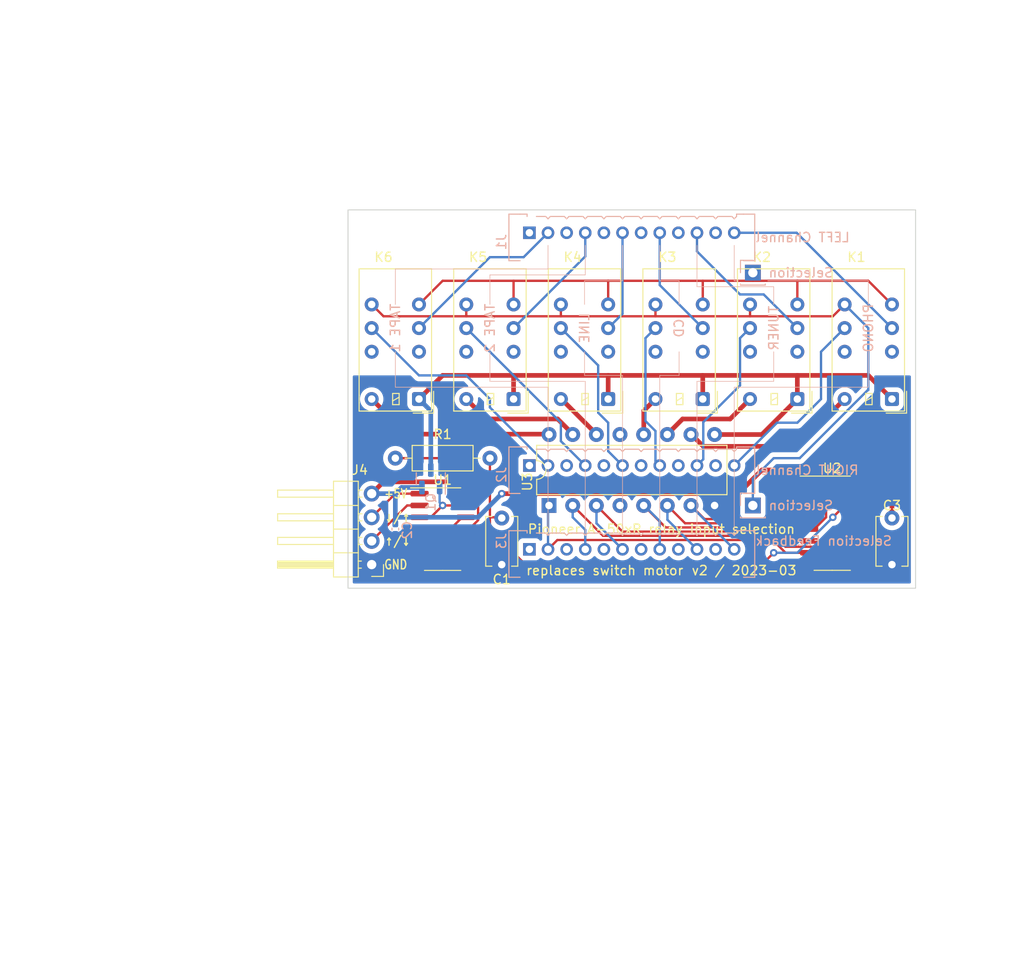
<source format=kicad_pcb>
(kicad_pcb (version 20211014) (generator pcbnew)
  (title_block (title "A-502R input selection") (date "2023-02-22") (rev "v0.1"))
  (layers (0 "F.Cu" signal) (31 "B.Cu" signal) (34 "B.Paste" user) (35 "F.Paste" user) (36 "B.SilkS" user "B.Silkscreen") (37 "F.SilkS" user "F.Silkscreen") (38 "B.Mask" user) (39 "F.Mask" user) (44 "Edge.Cuts" user))
  (net 0 "")
  (net 16 "+5V")
  (net 17 "GNDREF")
  (net 18 "Net-(C1-Pad2)")
  (net 19 "Net-(J1-Pad2)")
  (net 20 "Net-(J1-Pad4)")
  (net 22 "Net-(J1-Pad6)")
  (net 23 "Net-(J1-Pad8)")
  (net 25 "Net-(J5-Pad1)")
  (net 26 "Net-(J6-Pad1)")
  (net 27 "Net-(J1-Pad10)")
  (net 29 "Net-(J1-Pad12)")
  (net 31 "Net-(J2-Pad2)")
  (net 33 "Net-(J2-Pad4)")
  (net 35 "Net-(K2-Pad12)")
  (net 36 "Net-(K5-Pad12)")
  (net 37 "Net-(J2-Pad6)")
  (net 39 "Net-(J2-Pad8)")
  (net 41 "Net-(J2-Pad10)")
  (net 42 "Net-(K6-Pad12)")
  (net 44 "Net-(J2-Pad12)")
  (net 51 "Net-(J3-Pad2)")
  (net 52 "Net-(J3-Pad4)")
  (net 53 "Net-(J3-Pad6)")
  (net 54 "Net-(J3-Pad8)")
  (net 55 "Net-(J3-Pad10)")
  (net 56 "Net-(J3-Pad12)")
  (net 57 "Net-(K1-Pad12)")
  (net 58 "Net-(K3-Pad12)")
  (net 59 "Net-(K4-Pad12)")
  (net 60 "Net-(U2-Pad15)")
  (net 67 "Net-(J4-Pad2)")
  (net 68 "Net-(J4-Pad3)")
  (net 69 "Net-(R1-Pad2)")
  (net 70 "Net-(U1-Pad3)")
  (net 72 "Net-(U1-Pad12)")
  (net 73 "/R+")
  (footprint "Relay_THT:Relay_DPDT_Kemet_EC2" (layer "F.Cu") (at 139.82 136.465 180)
    (fp_text reference "K1" (at 3.81 15.24) (layer "F.SilkS"))
    (fp_text value "EC2-5NU")
    (pad "1" thru_hole roundrect (at 0 0 180) (size 1.5 1.5) (drill 0.8) (layers *.Cu *.Mask) (roundrect_rratio 0.167) (net 73 "/R+"))
    (pad "3" thru_hole circle (at 0 5.08 180) (size 1.5 1.5) (drill 0.8) (layers *.Cu *.Mask))
    (pad "4" thru_hole circle (at 0 7.62 180) (size 1.5 1.5) (drill 0.8) (layers *.Cu *.Mask) (net 29 "Net-(J1-Pad12)"))
    (pad "5" thru_hole circle (at 0 10.16 180) (size 1.5 1.5) (drill 0.8) (layers *.Cu *.Mask) (net 25 "Net-(J5-Pad1)"))
    (pad "8" thru_hole circle (at 5.08 10.16 180) (size 1.5 1.5) (drill 0.8) (layers *.Cu *.Mask) (net 26 "Net-(J6-Pad1)"))
    (pad "9" thru_hole circle (at 5.08 7.62 180) (size 1.5 1.5) (drill 0.8) (layers *.Cu *.Mask) (net 44 "Net-(J2-Pad12)"))
    (pad "10" thru_hole circle (at 5.08 5.08 180) (size 1.5 1.5) (drill 0.8) (layers *.Cu *.Mask))
    (pad "12" thru_hole circle (at 5.08 0 180) (size 1.5 1.5) (drill 0.8) (layers *.Cu *.Mask) (net 57 "Net-(K1-Pad12)"))
  )
  (footprint "Relay_THT:Relay_DPDT_Kemet_EC2" (layer "F.Cu") (at 99.18 136.465 180)
    (fp_text reference "K5" (at 3.81 15.24) (layer "F.SilkS"))
    (fp_text value "EC2-5NU")
    (pad "1" thru_hole roundrect (at 0 0 180) (size 1.5 1.5) (drill 0.8) (layers *.Cu *.Mask) (roundrect_rratio 0.167) (net 73 "/R+"))
    (pad "3" thru_hole circle (at 0 5.08 180) (size 1.5 1.5) (drill 0.8) (layers *.Cu *.Mask))
    (pad "4" thru_hole circle (at 0 7.62 180) (size 1.5 1.5) (drill 0.8) (layers *.Cu *.Mask) (net 20 "Net-(J1-Pad4)"))
    (pad "5" thru_hole circle (at 0 10.16 180) (size 1.5 1.5) (drill 0.8) (layers *.Cu *.Mask) (net 25 "Net-(J5-Pad1)"))
    (pad "8" thru_hole circle (at 5.08 10.16 180) (size 1.5 1.5) (drill 0.8) (layers *.Cu *.Mask) (net 26 "Net-(J6-Pad1)"))
    (pad "9" thru_hole circle (at 5.08 7.62 180) (size 1.5 1.5) (drill 0.8) (layers *.Cu *.Mask) (net 33 "Net-(J2-Pad4)"))
    (pad "10" thru_hole circle (at 5.08 5.08 180) (size 1.5 1.5) (drill 0.8) (layers *.Cu *.Mask))
    (pad "12" thru_hole circle (at 5.08 0 180) (size 1.5 1.5) (drill 0.8) (layers *.Cu *.Mask) (net 36 "Net-(K5-Pad12)"))
  )
  (footprint "Package_SO:SOIC-14_3.9x8.7mm_P1.27mm" (layer "F.Cu") (at 91.56 150.435)
    (fp_text reference "U1" (at 0 -5.28) (layer "F.SilkS"))
    (fp_text value "SN74HCS86DR")
    (pad "1" smd roundrect (at -2.475 -3.81) (size 1.95 0.6) (layers "F.Cu" "F.Paste" "F.Mask") (net 68 "Net-(J4-Pad3)"))
    (pad "2" smd roundrect (at -2.475 -2.54) (size 1.95 0.6) (layers "F.Cu" "F.Paste" "F.Mask") (net 67 "Net-(J4-Pad2)"))
    (pad "3" smd roundrect (at -2.475 -1.27) (size 1.95 0.6) (layers "F.Cu" "F.Paste" "F.Mask") (net 70 "Net-(U1-Pad3)"))
    (pad "4" smd roundrect (at -2.475 0) (size 1.95 0.6) (layers "F.Cu" "F.Paste" "F.Mask") (net 17 "GNDREF"))
    (pad "5" smd roundrect (at -2.475 1.27) (size 1.95 0.6) (layers "F.Cu" "F.Paste" "F.Mask") (net 17 "GNDREF"))
    (pad "6" smd roundrect (at -2.475 2.54) (size 1.95 0.6) (layers "F.Cu" "F.Paste" "F.Mask"))
    (pad "7" smd roundrect (at -2.475 3.81) (size 1.95 0.6) (layers "F.Cu" "F.Paste" "F.Mask") (net 17 "GNDREF"))
    (pad "8" smd roundrect (at 2.475 3.81) (size 1.95 0.6) (layers "F.Cu" "F.Paste" "F.Mask") (net 72 "Net-(U1-Pad12)"))
    (pad "9" smd roundrect (at 2.475 2.54) (size 1.95 0.6) (layers "F.Cu" "F.Paste" "F.Mask") (net 17 "GNDREF"))
    (pad "10" smd roundrect (at 2.475 1.27) (size 1.95 0.6) (layers "F.Cu" "F.Paste" "F.Mask") (net 18 "Net-(C1-Pad2)"))
    (pad "11" smd roundrect (at 2.475 0) (size 1.95 0.6) (layers "F.Cu" "F.Paste" "F.Mask") (net 69 "Net-(R1-Pad2)"))
    (pad "12" smd roundrect (at 2.475 -1.27) (size 1.95 0.6) (layers "F.Cu" "F.Paste" "F.Mask") (net 72 "Net-(U1-Pad12)"))
    (pad "13" smd roundrect (at 2.475 -2.54) (size 1.95 0.6) (layers "F.Cu" "F.Paste" "F.Mask") (net 70 "Net-(U1-Pad3)"))
    (pad "14" smd roundrect (at 2.475 -3.81) (size 1.95 0.6) (layers "F.Cu" "F.Paste" "F.Mask") (net 16 "+5V"))
  )
  (footprint "Relay_THT:Relay_DPDT_Kemet_EC2" (layer "F.Cu") (at 109.34 136.465 180)
    (fp_text reference "K4" (at 3.81 15.24) (layer "F.SilkS"))
    (fp_text value "EC2-5NU")
    (pad "1" thru_hole roundrect (at 0 0 180) (size 1.5 1.5) (drill 0.8) (layers *.Cu *.Mask) (roundrect_rratio 0.167) (net 73 "/R+"))
    (pad "3" thru_hole circle (at 0 5.08 180) (size 1.5 1.5) (drill 0.8) (layers *.Cu *.Mask))
    (pad "4" thru_hole circle (at 0 7.62 180) (size 1.5 1.5) (drill 0.8) (layers *.Cu *.Mask) (net 22 "Net-(J1-Pad6)"))
    (pad "5" thru_hole circle (at 0 10.16 180) (size 1.5 1.5) (drill 0.8) (layers *.Cu *.Mask) (net 25 "Net-(J5-Pad1)"))
    (pad "8" thru_hole circle (at 5.08 10.16 180) (size 1.5 1.5) (drill 0.8) (layers *.Cu *.Mask) (net 26 "Net-(J6-Pad1)"))
    (pad "9" thru_hole circle (at 5.08 7.62 180) (size 1.5 1.5) (drill 0.8) (layers *.Cu *.Mask) (net 37 "Net-(J2-Pad6)"))
    (pad "10" thru_hole circle (at 5.08 5.08 180) (size 1.5 1.5) (drill 0.8) (layers *.Cu *.Mask))
    (pad "12" thru_hole circle (at 5.08 0 180) (size 1.5 1.5) (drill 0.8) (layers *.Cu *.Mask) (net 59 "Net-(K4-Pad12)"))
  )
  (footprint "Connector_PinHeader_2.54mm:PinHeader_1x04_P2.54mm_Horizontal" (layer "F.Cu") (at 83.94 154.245 180)
    (fp_text reference "J4" (at 1.27 10.16) (layer "F.SilkS"))
    (fp_text value "Conn_01x04_Male")
    (pad "1" thru_hole rect (at 0 0 180) (size 1.7 1.7) (drill 1) (layers *.Cu *.Mask) (net 17 "GNDREF"))
    (pad "2" thru_hole oval (at 0 2.54 180) (size 1.7 1.7) (drill 1) (layers *.Cu *.Mask) (net 67 "Net-(J4-Pad2)"))
    (pad "3" thru_hole oval (at 0 5.08 180) (size 1.7 1.7) (drill 1) (layers *.Cu *.Mask) (net 68 "Net-(J4-Pad3)"))
    (pad "4" thru_hole oval (at 0 7.62 180) (size 1.7 1.7) (drill 1) (layers *.Cu *.Mask) (net 16 "+5V"))
  )
  (footprint "Package_DIP:DIP-16_W7.62mm" (layer "F.Cu") (at 102.99 147.895 90)
    (fp_text reference "U3" (at 2.54 -2.33 90) (layer "F.SilkS"))
    (fp_text value "ULN2004A")
    (pad "1" thru_hole rect (at 0 0 90) (size 1.6 1.6) (drill 0.8) (layers *.Cu *.Mask) (net 51 "Net-(J3-Pad2)"))
    (pad "2" thru_hole oval (at 0 2.54 90) (size 1.6 1.6) (drill 0.8) (layers *.Cu *.Mask) (net 52 "Net-(J3-Pad4)"))
    (pad "3" thru_hole oval (at 0 5.08 90) (size 1.6 1.6) (drill 0.8) (layers *.Cu *.Mask) (net 53 "Net-(J3-Pad6)"))
    (pad "4" thru_hole oval (at 0 7.62 90) (size 1.6 1.6) (drill 0.8) (layers *.Cu *.Mask))
    (pad "5" thru_hole oval (at 0 10.16 90) (size 1.6 1.6) (drill 0.8) (layers *.Cu *.Mask) (net 54 "Net-(J3-Pad8)"))
    (pad "6" thru_hole oval (at 0 12.7 90) (size 1.6 1.6) (drill 0.8) (layers *.Cu *.Mask) (net 55 "Net-(J3-Pad10)"))
    (pad "7" thru_hole oval (at 0 15.24 90) (size 1.6 1.6) (drill 0.8) (layers *.Cu *.Mask) (net 56 "Net-(J3-Pad12)"))
    (pad "8" thru_hole oval (at 0 17.78 90) (size 1.6 1.6) (drill 0.8) (layers *.Cu *.Mask) (net 17 "GNDREF"))
    (pad "9" thru_hole oval (at 7.62 17.78 90) (size 1.6 1.6) (drill 0.8) (layers *.Cu *.Mask) (net 73 "/R+"))
    (pad "10" thru_hole oval (at 7.62 15.24 90) (size 1.6 1.6) (drill 0.8) (layers *.Cu *.Mask) (net 57 "Net-(K1-Pad12)"))
    (pad "11" thru_hole oval (at 7.62 12.7 90) (size 1.6 1.6) (drill 0.8) (layers *.Cu *.Mask) (net 35 "Net-(K2-Pad12)"))
    (pad "12" thru_hole oval (at 7.62 10.16 90) (size 1.6 1.6) (drill 0.8) (layers *.Cu *.Mask) (net 58 "Net-(K3-Pad12)"))
    (pad "13" thru_hole oval (at 7.62 7.62 90) (size 1.6 1.6) (drill 0.8) (layers *.Cu *.Mask))
    (pad "14" thru_hole oval (at 7.62 5.08 90) (size 1.6 1.6) (drill 0.8) (layers *.Cu *.Mask) (net 59 "Net-(K4-Pad12)"))
    (pad "15" thru_hole oval (at 7.62 2.54 90) (size 1.6 1.6) (drill 0.8) (layers *.Cu *.Mask) (net 36 "Net-(K5-Pad12)"))
    (pad "16" thru_hole oval (at 7.62 0 90) (size 1.6 1.6) (drill 0.8) (layers *.Cu *.Mask) (net 42 "Net-(K6-Pad12)"))
  )
  (footprint "Relay_THT:Relay_DPDT_Kemet_EC2" (layer "F.Cu") (at 129.6575 136.465 180)
    (fp_text reference "K2" (at 3.81 15.24) (layer "F.SilkS"))
    (fp_text value "EC2-5NU")
    (pad "1" thru_hole roundrect (at 0 0 180) (size 1.5 1.5) (drill 0.8) (layers *.Cu *.Mask) (roundrect_rratio 0.167) (net 73 "/R+"))
    (pad "3" thru_hole circle (at 0 5.08 180) (size 1.5 1.5) (drill 0.8) (layers *.Cu *.Mask))
    (pad "4" thru_hole circle (at 0 7.62 180) (size 1.5 1.5) (drill 0.8) (layers *.Cu *.Mask) (net 27 "Net-(J1-Pad10)"))
    (pad "5" thru_hole circle (at 0 10.16 180) (size 1.5 1.5) (drill 0.8) (layers *.Cu *.Mask) (net 25 "Net-(J5-Pad1)"))
    (pad "8" thru_hole circle (at 5.08 10.16 180) (size 1.5 1.5) (drill 0.8) (layers *.Cu *.Mask) (net 26 "Net-(J6-Pad1)"))
    (pad "9" thru_hole circle (at 5.08 7.62 180) (size 1.5 1.5) (drill 0.8) (layers *.Cu *.Mask) (net 41 "Net-(J2-Pad10)"))
    (pad "10" thru_hole circle (at 5.08 5.08 180) (size 1.5 1.5) (drill 0.8) (layers *.Cu *.Mask))
    (pad "12" thru_hole circle (at 5.08 0 180) (size 1.5 1.5) (drill 0.8) (layers *.Cu *.Mask) (net 35 "Net-(K2-Pad12)"))
  )
  (footprint "Package_SO:SOIC-16_3.9x9.9mm_P1.27mm" (layer "F.Cu") (at 133.405 149.8)
    (fp_text reference "U2" (at 0 -5.9) (layer "F.SilkS"))
    (fp_text value "4017")
    (pad "1" smd roundrect (at -2.475 -4.445) (size 1.95 0.6) (layers "F.Cu" "F.Paste" "F.Mask") (net 56 "Net-(J3-Pad12)"))
    (pad "2" smd roundrect (at -2.475 -3.175) (size 1.95 0.6) (layers "F.Cu" "F.Paste" "F.Mask") (net 55 "Net-(J3-Pad10)"))
    (pad "3" smd roundrect (at -2.475 -1.905) (size 1.95 0.6) (layers "F.Cu" "F.Paste" "F.Mask") (net 54 "Net-(J3-Pad8)"))
    (pad "4" smd roundrect (at -2.475 -0.635) (size 1.95 0.6) (layers "F.Cu" "F.Paste" "F.Mask") (net 53 "Net-(J3-Pad6)"))
    (pad "5" smd roundrect (at -2.475 0.635) (size 1.95 0.6) (layers "F.Cu" "F.Paste" "F.Mask") (net 60 "Net-(U2-Pad15)"))
    (pad "6" smd roundrect (at -2.475 1.905) (size 1.95 0.6) (layers "F.Cu" "F.Paste" "F.Mask"))
    (pad "7" smd roundrect (at -2.475 3.175) (size 1.95 0.6) (layers "F.Cu" "F.Paste" "F.Mask") (net 51 "Net-(J3-Pad2)"))
    (pad "8" smd roundrect (at -2.475 4.445) (size 1.95 0.6) (layers "F.Cu" "F.Paste" "F.Mask") (net 17 "GNDREF"))
    (pad "9" smd roundrect (at 2.475 4.445) (size 1.95 0.6) (layers "F.Cu" "F.Paste" "F.Mask"))
    (pad "10" smd roundrect (at 2.475 3.175) (size 1.95 0.6) (layers "F.Cu" "F.Paste" "F.Mask") (net 52 "Net-(J3-Pad4)"))
    (pad "11" smd roundrect (at 2.475 1.905) (size 1.95 0.6) (layers "F.Cu" "F.Paste" "F.Mask"))
    (pad "12" smd roundrect (at 2.475 0.635) (size 1.95 0.6) (layers "F.Cu" "F.Paste" "F.Mask"))
    (pad "13" smd roundrect (at 2.475 -0.635) (size 1.95 0.6) (layers "F.Cu" "F.Paste" "F.Mask") (net 17 "GNDREF"))
    (pad "14" smd roundrect (at 2.475 -1.905) (size 1.95 0.6) (layers "F.Cu" "F.Paste" "F.Mask") (net 72 "Net-(U1-Pad12)"))
    (pad "15" smd roundrect (at 2.475 -3.175) (size 1.95 0.6) (layers "F.Cu" "F.Paste" "F.Mask") (net 60 "Net-(U2-Pad15)"))
    (pad "16" smd roundrect (at 2.475 -4.445) (size 1.95 0.6) (layers "F.Cu" "F.Paste" "F.Mask") (net 16 "+5V"))
  )
  (footprint "Resistor_THT:R_Axial_DIN0207_L6.3mm_D2.5mm_P10.16mm_Horizontal" (layer "F.Cu") (at 96.64 142.815 180)
    (fp_text reference "R1" (at 5.08 2.566608) (layer "F.SilkS"))
    (fp_text value "120k")
    (pad "1" thru_hole circle (at 0 0 180) (size 1.6 1.6) (drill 0.8) (layers *.Cu *.Mask) (net 18 "Net-(C1-Pad2)"))
    (pad "2" thru_hole oval (at 10.16 0 180) (size 1.6 1.6) (drill 0.8) (layers *.Cu *.Mask) (net 69 "Net-(R1-Pad2)"))
  )
  (footprint "Capacitor_THT:C_Disc_D5.1mm_W3.2mm_P5.00mm" (layer "F.Cu") (at 139.82 149.245 -90)
    (fp_text reference "C3" (at -1.35 0 180) (layer "F.SilkS"))
    (fp_text value "100n")
    (pad "1" thru_hole circle (at 0 0 270) (size 1.6 1.6) (drill 0.8) (layers *.Cu *.Mask) (net 16 "+5V"))
    (pad "2" thru_hole circle (at 5 0 270) (size 1.6 1.6) (drill 0.8) (layers *.Cu *.Mask) (net 17 "GNDREF"))
  )
  (footprint "Capacitor_THT:C_Disc_D5.1mm_W3.2mm_P5.00mm" (layer "F.Cu") (at 97.91 154.245 90)
    (fp_text reference "C1" (at -1.589586 0) (layer "F.SilkS"))
    (fp_text value "100n")
    (pad "1" thru_hole circle (at 0 0 90) (size 1.6 1.6) (drill 0.8) (layers *.Cu *.Mask) (net 17 "GNDREF"))
    (pad "2" thru_hole circle (at 5 0 90) (size 1.6 1.6) (drill 0.8) (layers *.Cu *.Mask) (net 18 "Net-(C1-Pad2)"))
  )
  (footprint "Relay_THT:Relay_DPDT_Kemet_EC2" (layer "F.Cu") (at 119.5 136.465 180)
    (fp_text reference "K3" (at 3.81 15.24) (layer "F.SilkS"))
    (fp_text value "EC2-5NU")
    (pad "1" thru_hole roundrect (at 0 0 180) (size 1.5 1.5) (drill 0.8) (layers *.Cu *.Mask) (roundrect_rratio 0.167) (net 73 "/R+"))
    (pad "3" thru_hole circle (at 0 5.08 180) (size 1.5 1.5) (drill 0.8) (layers *.Cu *.Mask))
    (pad "4" thru_hole circle (at 0 7.62 180) (size 1.5 1.5) (drill 0.8) (layers *.Cu *.Mask) (net 23 "Net-(J1-Pad8)"))
    (pad "5" thru_hole circle (at 0 10.16 180) (size 1.5 1.5) (drill 0.8) (layers *.Cu *.Mask) (net 25 "Net-(J5-Pad1)"))
    (pad "8" thru_hole circle (at 5.08 10.16 180) (size 1.5 1.5) (drill 0.8) (layers *.Cu *.Mask) (net 26 "Net-(J6-Pad1)"))
    (pad "9" thru_hole circle (at 5.08 7.62 180) (size 1.5 1.5) (drill 0.8) (layers *.Cu *.Mask) (net 39 "Net-(J2-Pad8)"))
    (pad "10" thru_hole circle (at 5.08 5.08 180) (size 1.5 1.5) (drill 0.8) (layers *.Cu *.Mask))
    (pad "12" thru_hole circle (at 5.08 0 180) (size 1.5 1.5) (drill 0.8) (layers *.Cu *.Mask) (net 58 "Net-(K3-Pad12)"))
  )
  (footprint "Relay_THT:Relay_DPDT_Kemet_EC2" (layer "F.Cu") (at 89.02 136.465 180)
    (fp_text reference "K6" (at 3.81 15.24) (layer "F.SilkS"))
    (fp_text value "EC2-5NU")
    (pad "1" thru_hole roundrect (at 0 0 180) (size 1.5 1.5) (drill 0.8) (layers *.Cu *.Mask) (roundrect_rratio 0.167) (net 73 "/R+"))
    (pad "3" thru_hole circle (at 0 5.08 180) (size 1.5 1.5) (drill 0.8) (layers *.Cu *.Mask))
    (pad "4" thru_hole circle (at 0 7.62 180) (size 1.5 1.5) (drill 0.8) (layers *.Cu *.Mask) (net 19 "Net-(J1-Pad2)"))
    (pad "5" thru_hole circle (at 0 10.16 180) (size 1.5 1.5) (drill 0.8) (layers *.Cu *.Mask) (net 25 "Net-(J5-Pad1)"))
    (pad "8" thru_hole circle (at 5.08 10.16 180) (size 1.5 1.5) (drill 0.8) (layers *.Cu *.Mask) (net 26 "Net-(J6-Pad1)"))
    (pad "9" thru_hole circle (at 5.08 7.62 180) (size 1.5 1.5) (drill 0.8) (layers *.Cu *.Mask) (net 31 "Net-(J2-Pad2)"))
    (pad "10" thru_hole circle (at 5.08 5.08 180) (size 1.5 1.5) (drill 0.8) (layers *.Cu *.Mask))
    (pad "12" thru_hole circle (at 5.08 0 180) (size 1.5 1.5) (drill 0.8) (layers *.Cu *.Mask) (net 42 "Net-(K6-Pad12)"))
  )
  (footprint "Package_TO_SOT_SMD:SOT-23" (layer "B.Cu") (at 90.29 145.0225 90)
    (fp_text reference "Q1" (at -2.54 0 90) (layer "B.SilkS") (effects (justify mirror)))
    (fp_text value "DTA123Y")
    (pad "1" smd roundrect (at -0.9375 0.95 90) (size 1.475 0.6) (layers "B.Cu" "B.Paste" "B.Mask") (net 70 "Net-(U1-Pad3)"))
    (pad "2" smd roundrect (at -0.9375 -0.95 90) (size 1.475 0.6) (layers "B.Cu" "B.Paste" "B.Mask") (net 16 "+5V"))
    (pad "3" smd roundrect (at 0.9375 0 90) (size 1.475 0.6) (layers "B.Cu" "B.Paste" "B.Mask") (net 73 "/R+"))
  )
  (footprint "Capacitor_SMD:C_0402_1005Metric_Pad0.74x0.62mm_HandSolder" (layer "B.Cu") (at 86.48 150.435 -90)
    (fp_text reference "C2" (at 0.115835 -1.27 90) (layer "B.SilkS") (effects (justify mirror)))
    (fp_text value "100n")
    (pad "1" smd roundrect (at -0.5675 0 270) (size 0.735 0.62) (layers "B.Cu" "B.Paste" "B.Mask") (net 16 "+5V"))
    (pad "2" smd roundrect (at 0.5675 0 270) (size 0.735 0.62) (layers "B.Cu" "B.Paste" "B.Mask") (net 17 "GNDREF"))
  )
  (footprint "Library:Hirose_DF3-12S-2DSA_1x12_P2.00mm_Vertical" (layer "B.Cu") (at 100.88 143.605 -90)
    (fp_text reference "J2" (at 1 3 90 unlocked) (layer "B.SilkS") (effects (justify mirror)))
    (fp_text value "DF3-12S-2DSA")
    (pad "1" thru_hole rect (at 0 0) (size 1.35 1.35) (drill 0.8) (layers *.Cu *.Mask))
    (pad "2" thru_hole circle (at 0 -2) (size 1.35 1.35) (drill 0.8) (layers *.Cu *.Mask) (net 31 "Net-(J2-Pad2)"))
    (pad "3" thru_hole circle (at 0 -4) (size 1.35 1.35) (drill 0.8) (layers *.Cu *.Mask))
    (pad "4" thru_hole circle (at 0 -6) (size 1.35 1.35) (drill 0.8) (layers *.Cu *.Mask) (net 33 "Net-(J2-Pad4)"))
    (pad "5" thru_hole circle (at 0 -8) (size 1.35 1.35) (drill 0.8) (layers *.Cu *.Mask))
    (pad "6" thru_hole circle (at 0 -10) (size 1.35 1.35) (drill 0.8) (layers *.Cu *.Mask) (net 37 "Net-(J2-Pad6)"))
    (pad "7" thru_hole circle (at 0 -12) (size 1.35 1.35) (drill 0.8) (layers *.Cu *.Mask))
    (pad "8" thru_hole circle (at 0 -14) (size 1.35 1.35) (drill 0.8) (layers *.Cu *.Mask) (net 39 "Net-(J2-Pad8)"))
    (pad "9" thru_hole circle (at 0 -16) (size 1.35 1.35) (drill 0.8) (layers *.Cu *.Mask))
    (pad "10" thru_hole circle (at 0 -18) (size 1.35 1.35) (drill 0.8) (layers *.Cu *.Mask) (net 41 "Net-(J2-Pad10)"))
    (pad "11" thru_hole circle (at 0 -20) (size 1.35 1.35) (drill 0.8) (layers *.Cu *.Mask))
    (pad "12" thru_hole circle (at 0 -22) (size 1.35 1.35) (drill 0.8) (layers *.Cu *.Mask) (net 44 "Net-(J2-Pad12)"))
  )
  (footprint "Library:Hirose_DF3-12S-2DSA_1x12_P2.00mm_Vertical" (layer "B.Cu") (at 100.88 118.605 -90)
    (fp_text reference "J1" (at 1 3 90 unlocked) (layer "B.SilkS") (effects (justify mirror)))
    (fp_text value "DF3-12S-2DSA")
    (pad "1" thru_hole rect (at 0 0) (size 1.35 1.35) (drill 0.8) (layers *.Cu *.Mask))
    (pad "2" thru_hole circle (at 0 -2) (size 1.35 1.35) (drill 0.8) (layers *.Cu *.Mask) (net 19 "Net-(J1-Pad2)"))
    (pad "3" thru_hole circle (at 0 -4) (size 1.35 1.35) (drill 0.8) (layers *.Cu *.Mask))
    (pad "4" thru_hole circle (at 0 -6) (size 1.35 1.35) (drill 0.8) (layers *.Cu *.Mask) (net 20 "Net-(J1-Pad4)"))
    (pad "5" thru_hole circle (at 0 -8) (size 1.35 1.35) (drill 0.8) (layers *.Cu *.Mask))
    (pad "6" thru_hole circle (at 0 -10) (size 1.35 1.35) (drill 0.8) (layers *.Cu *.Mask) (net 22 "Net-(J1-Pad6)"))
    (pad "7" thru_hole circle (at 0 -12) (size 1.35 1.35) (drill 0.8) (layers *.Cu *.Mask))
    (pad "8" thru_hole circle (at 0 -14) (size 1.35 1.35) (drill 0.8) (layers *.Cu *.Mask) (net 23 "Net-(J1-Pad8)"))
    (pad "9" thru_hole circle (at 0 -16) (size 1.35 1.35) (drill 0.8) (layers *.Cu *.Mask))
    (pad "10" thru_hole circle (at 0 -18) (size 1.35 1.35) (drill 0.8) (layers *.Cu *.Mask) (net 27 "Net-(J1-Pad10)"))
    (pad "11" thru_hole circle (at 0 -20) (size 1.35 1.35) (drill 0.8) (layers *.Cu *.Mask))
    (pad "12" thru_hole circle (at 0 -22) (size 1.35 1.35) (drill 0.8) (layers *.Cu *.Mask) (net 29 "Net-(J1-Pad12)"))
  )
  (footprint "Connector_PinSocket_2.54mm:PinSocket_1x01_P2.54mm_Vertical" (layer "B.Cu") (at 124.88 147.895 180)
    (fp_text reference "J6" hide)
    (fp_text value "Conn_01x01_Female")
    (pad "1" thru_hole rect (at 0 0 180) (size 1.7 1.7) (drill 1) (layers *.Cu *.Mask) (net 26 "Net-(J6-Pad1)"))
  )
  (footprint "Library:Hirose_DF3-12S-2DSA_1x12_P2.00mm_Vertical" (layer "B.Cu") (at 100.88 152.605 -90)
    (fp_text reference "J3" (at -0.9 3 90 unlocked) (layer "B.SilkS") (effects (justify mirror)))
    (fp_text value "DF3-12S-2DSA")
    (pad "1" thru_hole rect (at 0 0) (size 1.35 1.35) (drill 0.8) (layers *.Cu *.Mask))
    (pad "2" thru_hole circle (at 0 -2) (size 1.35 1.35) (drill 0.8) (layers *.Cu *.Mask) (net 51 "Net-(J3-Pad2)"))
    (pad "3" thru_hole circle (at 0 -4) (size 1.35 1.35) (drill 0.8) (layers *.Cu *.Mask))
    (pad "4" thru_hole circle (at 0 -6) (size 1.35 1.35) (drill 0.8) (layers *.Cu *.Mask) (net 52 "Net-(J3-Pad4)"))
    (pad "5" thru_hole circle (at 0 -8) (size 1.35 1.35) (drill 0.8) (layers *.Cu *.Mask))
    (pad "6" thru_hole circle (at 0 -10) (size 1.35 1.35) (drill 0.8) (layers *.Cu *.Mask) (net 53 "Net-(J3-Pad6)"))
    (pad "7" thru_hole circle (at 0 -12) (size 1.35 1.35) (drill 0.8) (layers *.Cu *.Mask))
    (pad "8" thru_hole circle (at 0 -14) (size 1.35 1.35) (drill 0.8) (layers *.Cu *.Mask) (net 54 "Net-(J3-Pad8)"))
    (pad "9" thru_hole circle (at 0 -16) (size 1.35 1.35) (drill 0.8) (layers *.Cu *.Mask))
    (pad "10" thru_hole circle (at 0 -18) (size 1.35 1.35) (drill 0.8) (layers *.Cu *.Mask) (net 55 "Net-(J3-Pad10)"))
    (pad "11" thru_hole circle (at 0 -20) (size 1.35 1.35) (drill 0.8) (layers *.Cu *.Mask))
    (pad "12" thru_hole circle (at 0 -22) (size 1.35 1.35) (drill 0.8) (layers *.Cu *.Mask) (net 56 "Net-(J3-Pad12)"))
  )
  (footprint "Connector_PinSocket_2.54mm:PinSocket_1x01_P2.54mm_Vertical" (layer "B.Cu") (at 124.88 122.895 180)
    (fp_text reference "J5" hide)
    (fp_text value "Conn_01x01_Female")
    (pad "1" thru_hole rect (at 0 0 180) (size 1.7 1.7) (drill 1) (layers *.Cu *.Mask) (net 25 "Net-(J5-Pad1)"))
  )
  (gr_line (start 127.12 131.385) (end 127.12 134.56) (layer "B.SilkS") (width 0.07))
  (gr_line (start 96.64 123.13) (end 96.64 126.305) (layer "B.SilkS") (width 0.07))
  (gr_line (start 86.48 122.495) (end 86.48 126.305) (layer "B.SilkS") (width 0.07))
  (gr_line (start 118.88 124.4) (end 127.12 124.4) (layer "B.SilkS") (width 0.07))
  (gr_line (start 137.28 123.765) (end 137.28 126.305) (layer "B.SilkS") (width 0.07))
  (gr_line (start 118.88 134.56) (end 118.88 151.105) (layer "B.SilkS") (width 0.07))
  (gr_line (start 102.88 122.495) (end 86.48 122.495) (layer "B.SilkS") (width 0.07))
  (gr_line (start 106.88 134.56) (end 106.88 151.105) (layer "B.SilkS") (width 0.07))
  (gr_line (start 86.48 131.385) (end 86.48 135.195) (layer "B.SilkS") (width 0.07))
  (gr_line (start 102.88 135.195) (end 102.88 151.105) (layer "B.SilkS") (width 0.07))
  (gr_line (start 102.88 119.955) (end 102.88 122.495) (layer "B.SilkS") (width 0.07))
  (gr_line (start 96.64 134.56) (end 106.88 134.56) (layer "B.SilkS") (width 0.07))
  (gr_line (start 96.64 131.385) (end 96.64 134.56) (layer "B.SilkS") (width 0.07))
  (gr_line (start 110.88 119.955) (end 110.88 123.765) (layer "B.SilkS") (width 0.07))
  (gr_line (start 106.8 131.385) (end 106.8 133.925) (layer "B.SilkS") (width 0.07))
  (gr_line (start 122.88 123.765) (end 123.31 123.765) (layer "B.SilkS") (width 0.07))
  (gr_line (start 86.48 135.195) (end 102.88 135.195) (layer "B.SilkS") (width 0.07))
  (gr_line (start 122.88 135.195) (end 122.88 151.105) (layer "B.SilkS") (width 0.07))
  (gr_line (start 127.12 124.4) (end 127.12 126.305) (layer "B.SilkS") (width 0.07))
  (gr_line (start 110.88 133.925) (end 110.88 151.105) (layer "B.SilkS") (width 0.07))
  (gr_line (start 116.96 123.765) (end 116.96 126.305) (layer "B.SilkS") (width 0.07))
  (gr_line (start 126.485 123.765) (end 137.28 123.765) (layer "B.SilkS") (width 0.07))
  (gr_line (start 114.88 133.925) (end 114.88 151.105) (layer "B.SilkS") (width 0.07))
  (gr_line (start 127.12 134.56) (end 118.88 134.56) (layer "B.SilkS") (width 0.07))
  (gr_line (start 116.96 131.385) (end 116.96 133.925) (layer "B.SilkS") (width 0.07))
  (gr_line (start 114.88 119.955) (end 114.88 123.765) (layer "B.SilkS") (width 0.07))
  (gr_line (start 137.28 135.195) (end 122.88 135.195) (layer "B.SilkS") (width 0.07))
  (gr_line (start 106.88 123.13) (end 96.64 123.13) (layer "B.SilkS") (width 0.07))
  (gr_line (start 110.88 123.765) (end 106.8 123.765) (layer "B.SilkS") (width 0.07))
  (gr_line (start 122.88 119.955) (end 122.88 123.765) (layer "B.SilkS") (width 0.07))
  (gr_line (start 118.88 119.955) (end 118.88 124.4) (layer "B.SilkS") (width 0.07))
  (gr_line (start 137.28 131.385) (end 137.28 135.195) (layer "B.SilkS") (width 0.07))
  (gr_line (start 106.8 123.765) (end 106.8 126.305) (layer "B.SilkS") (width 0.07))
  (gr_line (start 106.88 119.955) (end 106.88 123.13) (layer "B.SilkS") (width 0.07))
  (gr_line (start 106.8 133.925) (end 110.88 133.925) (layer "B.SilkS") (width 0.07))
  (gr_line (start 114.88 123.765) (end 116.96 123.765) (layer "B.SilkS") (width 0.07))
  (gr_line (start 116.96 133.925) (end 114.88 133.925) (layer "B.SilkS") (width 0.07))
  (gr_rect (start 142.36 156.785) (end 81.4 116.145) (layer "Edge.Cuts") (width 0.1) (fill none))
  (gr_text "RIGHT Channel" (at 125.08 144.105) (layer "B.SilkS") (effects (font (size 1 1)) (justify right mirror)))
  (gr_text "PHONO" (at 137.28 128.845 90) (layer "B.SilkS") (effects (font (size 1 1)) (justify mirror)))
  (gr_text "CD" (at 116.96 128.845 90) (layer "B.SilkS") (effects (font (size 1 1)) (justify mirror)))
  (gr_text "TAPE 2" (at 96.64 128.845 90) (layer "B.SilkS") (effects (font (size 1 1)) (justify mirror)))
  (gr_text "TUNER" (at 127.12 128.845 90) (layer "B.SilkS") (effects (font (size 1 1)) (justify mirror)))
  (gr_text "Selection" (at 126.485 122.895) (layer "B.SilkS") (effects (font (size 1 1)) (justify right mirror)))
  (gr_text "LINE" (at 106.8 128.845 90) (layer "B.SilkS") (effects (font (size 1 1)) (justify mirror)))
  (gr_text "TAPE 1" (at 86.48 128.845 90) (layer "B.SilkS") (effects (font (size 1 1)) (justify mirror)))
  (gr_text "Selection" (at 126.485 147.895) (layer "B.SilkS") (effects (font (size 1 1)) (justify right mirror)))
  (gr_text "LEFT Channel" (at 125.08 119.105) (layer "B.SilkS") (effects (font (size 1 1)) (justify right mirror)))
  (gr_text "Selection Feedback" (at 125.08 151.705) (layer "B.SilkS") (effects (font (size 1 1)) (justify right mirror)))
  (gr_text "↓/↑" (at 85.21 149.165) (layer "F.SilkS") (effects (font (size 1 0.8)) (justify left)))
  (gr_text "Pioneer A-50xR relay input selection" (at 115.055 150.435) (layer "F.SilkS") (effects (font (size 1 1))))
  (gr_text "GND" (at 85.21 154.245) (layer "F.SilkS") (effects (font (size 1 0.8)) (justify left)))
  (gr_text "replaces switch motor" (at 100.45 154.88) (layer "F.SilkS") (effects (font (size 1 1)) (justify left)))
  (gr_text "+5V" (at 85.21 146.625) (layer "F.SilkS") (effects (font (size 1 0.8)) (justify left)))
  (gr_text "v2 / 2023-03" (at 129.66 154.88) (layer "F.SilkS") (effects (font (size 1 1)) (justify right)))
  (gr_text "↑/↓" (at 85.21 151.705) (layer "F.SilkS") (effects (font (size 1 0.8)) (justify left)))
  (segment (start 135.88 145.355) (end 134.61 144.085) (width 0.5) (layer "F.Cu") (net 16))
  (segment (start 125.85 144.085) (end 123.31 146.625) (width 0.5) (layer "F.Cu") (net 16))
  (segment (start 137.28 145.355) (end 139.82 147.895) (width 0.5) (layer "F.Cu") (net 16))
  (segment (start 85.21 145.355) (end 92.765 145.355) (width 0.5) (layer "F.Cu") (net 16))
  (segment (start 135.88 145.355) (end 137.28 145.355) (width 0.5) (layer "F.Cu") (net 16))
  (segment (start 94.035 146.625) (end 92.765 145.355) (width 0.5) (layer "F.Cu") (net 16))
  (segment (start 139.82 147.895) (end 139.82 149.245) (width 0.5) (layer "F.Cu") (net 16))
  (segment (start 83.94 146.625) (end 85.21 145.355) (width 0.5) (layer "F.Cu") (net 16))
  (segment (start 134.61 144.085) (end 125.85 144.085) (width 0.5) (layer "F.Cu") (net 16))
  (segment (start 123.31 146.625) (end 97.91 146.625) (width 0.5) (layer "F.Cu") (net 16))
  (via (at 97.91 146.625) (size 0.8) (drill 0.4) (layers "F.Cu" "B.Cu") (net 16))
  (segment (start 95.37 149.165) (end 86.48 149.165) (width 0.5) (layer "B.Cu") (net 16))
  (segment (start 87.145 145.96) (end 86.48 146.625) (width 0.5) (layer "B.Cu") (net 16))
  (segment (start 86.48 149.165) (end 86.48 146.625) (width 0.5) (layer "B.Cu") (net 16))
  (segment (start 97.91 146.625) (end 95.37 149.165) (width 0.5) (layer "B.Cu") (net 16))
  (segment (start 89.34 145.96) (end 87.145 145.96) (width 0.5) (layer "B.Cu") (net 16))
  (segment (start 86.48 146.625) (end 83.94 146.625) (width 0.5) (layer "B.Cu") (net 16))
  (segment (start 86.48 149.8675) (end 86.48 149.165) (width 0.5) (layer "B.Cu") (net 16))
  (segment (start 138.55 155.515) (end 139.82 154.245) (width 0.5) (layer "F.Cu") (net 17))
  (segment (start 87.75 151.705) (end 86.48 152.975) (width 0.5) (layer "F.Cu") (net 17))
  (segment (start 137.28 149.165) (end 139.82 151.705) (width 0.5) (layer "F.Cu") (net 17))
  (segment (start 83.94 154.245) (end 86.48 154.245) (width 0.5) (layer "F.Cu") (net 17))
  (segment (start 94.035 152.975) (end 96.64 152.975) (width 0.5) (layer "F.Cu") (net 17))
  (segment (start 86.48 152.975) (end 86.48 154.245) (width 0.5) (layer "F.Cu") (net 17))
  (segment (start 130.93 154.245) (end 132.2 155.515) (width 0.5) (layer "F.Cu") (net 17))
  (segment (start 89.085 150.435) (end 89.085 151.705) (width 0.5) (layer "F.Cu") (net 17))
  (segment (start 96.64 152.975) (end 97.91 154.245) (width 0.5) (layer "F.Cu") (net 17))
  (segment (start 132.2 155.515) (end 138.55 155.515) (width 0.5) (layer "F.Cu") (net 17))
  (segment (start 97.91 154.245) (end 96.64 155.515) (width 0.5) (layer "F.Cu") (net 17))
  (segment (start 139.82 151.705) (end 139.82 154.245) (width 0.5) (layer "F.Cu") (net 17))
  (segment (start 89.085 151.705) (end 87.75 151.705) (width 0.5) (layer "F.Cu") (net 17))
  (segment (start 89.085 154.245) (end 90.925 154.245) (width 0.5) (layer "F.Cu") (net 17))
  (segment (start 86.48 154.245) (end 89.085 154.245) (width 0.5) (layer "F.Cu") (net 17))
  (segment (start 96.64 155.515) (end 92.195 155.515) (width 0.5) (layer "F.Cu") (net 17))
  (segment (start 135.88 149.165) (end 137.28 149.165) (width 0.5) (layer "F.Cu") (net 17))
  (segment (start 92.195 155.515) (end 90.925 154.245) (width 0.5) (layer "F.Cu") (net 17))
  (segment (start 86.48 151.0025) (end 86.48 151.705) (width 0.5) (layer "B.Cu") (net 17))
  (segment (start 86.48 151.705) (end 83.94 154.245) (width 0.5) (layer "B.Cu") (net 17))
  (segment (start 94.035 151.705) (end 95.37 151.705) (width 0.25) (layer "F.Cu") (net 18))
  (segment (start 97.91 149.245) (end 97.91 149.165) (width 0.25) (layer "F.Cu") (net 18))
  (segment (start 95.37 151.705) (end 96.64 150.435) (width 0.25) (layer "F.Cu") (net 18))
  (segment (start 97.91 149.165) (end 96.64 149.165) (width 0.25) (layer "F.Cu") (net 18))
  (segment (start 96.64 150.435) (end 96.64 149.165) (width 0.25) (layer "F.Cu") (net 18))
  (segment (start 96.64 142.815) (end 96.64 149.165) (width 0.25) (layer "F.Cu") (net 18))
  (segment (start 100.26 121.225) (end 102.88 118.605) (width 0.25) (layer "B.Cu") (net 19))
  (segment (start 96.64 121.225) (end 100.26 121.225) (width 0.25) (layer "B.Cu") (net 19))
  (segment (start 89.02 128.845) (end 96.64 121.225) (width 0.25) (layer "B.Cu") (net 19))
  (segment (start 99.18 128.845) (end 106.88 121.145) (width 0.25) (layer "B.Cu") (net 20))
  (segment (start 106.88 121.145) (end 106.88 118.605) (width 0.25) (layer "B.Cu") (net 20))
  (segment (start 110.88 127.305) (end 110.88 118.605) (width 0.25) (layer "B.Cu") (net 22))
  (segment (start 109.34 128.845) (end 110.88 127.305) (width 0.25) (layer "B.Cu") (net 22))
  (segment (start 114.88 124.225) (end 114.88 118.605) (width 0.25) (layer "B.Cu") (net 23))
  (segment (start 119.5 128.845) (end 114.88 124.225) (width 0.25) (layer "B.Cu") (net 23))
  (segment (start 124.882805 122.897805) (end 124.882805 123.765) (width 0.25) (layer "F.Cu") (net 25))
  (segment (start 129.6575 123.7675) (end 129.66 123.765) (width 0.25) (layer "F.Cu") (net 25))
  (segment (start 129.6575 126.305) (end 129.6575 123.7675) (width 0.25) (layer "F.Cu") (net 25))
  (segment (start 129.66 123.765) (end 134.74 123.765) (width 0.25) (layer "F.Cu") (net 25))
  (segment (start 99.18 126.305) (end 99.18 123.765) (width 0.25) (layer "F.Cu") (net 25))
  (segment (start 109.34 126.305) (end 109.34 123.765) (width 0.25) (layer "F.Cu") (net 25))
  (segment (start 124.882805 123.765) (end 129.66 123.765) (width 0.25) (layer "F.Cu") (net 25))
  (segment (start 91.56 123.765) (end 109.34 123.765) (width 0.25) (layer "F.Cu") (net 25))
  (segment (start 119.5 126.305) (end 119.5 123.765) (width 0.25) (layer "F.Cu") (net 25))
  (segment (start 109.34 123.765) (end 124.882805 123.765) (width 0.25) (layer "F.Cu") (net 25))
  (segment (start 137.28 123.765) (end 134.74 123.765) (width 0.25) (layer "F.Cu") (net 25))
  (segment (start 124.88 122.895) (end 124.882805 122.897805) (width 0.25) (layer "F.Cu") (net 25))
  (segment (start 139.82 126.305) (end 137.28 123.765) (width 0.25) (layer "F.Cu") (net 25))
  (segment (start 89.02 126.305) (end 91.56 123.765) (width 0.25) (layer "F.Cu") (net 25))
  (segment (start 94.1 126.305) (end 94.1 127.575) (width 0.25) (layer "F.Cu") (net 26))
  (segment (start 133.47 127.575) (end 124.58 127.575) (width 0.25) (layer "F.Cu") (net 26))
  (segment (start 124.5775 126.305) (end 124.5775 127.5725) (width 0.25) (layer "F.Cu") (net 26))
  (segment (start 124.5775 127.5725) (end 124.58 127.575) (width 0.25) (layer "F.Cu") (net 26))
  (segment (start 114.42 126.305) (end 114.42 127.575) (width 0.25) (layer "F.Cu") (net 26))
  (segment (start 94.1 127.575) (end 85.21 127.575) (width 0.25) (layer "F.Cu") (net 26))
  (segment (start 85.21 127.575) (end 83.94 126.305) (width 0.25) (layer "F.Cu") (net 26))
  (segment (start 124.58 127.575) (end 114.42 127.575) (width 0.25) (layer "F.Cu") (net 26))
  (segment (start 134.74 126.305) (end 133.47 127.575) (width 0.25) (layer "F.Cu") (net 26))
  (segment (start 114.42 127.575) (end 104.26 127.575) (width 0.25) (layer "F.Cu") (net 26))
  (segment (start 104.26 127.575) (end 94.1 127.575) (width 0.25) (layer "F.Cu") (net 26))
  (segment (start 104.26 126.305) (end 104.26 127.575) (width 0.25) (layer "F.Cu") (net 26))
  (segment (start 129.91028 142.815) (end 137.23028 135.495) (width 0.25) (layer "B.Cu") (net 26))
  (segment (start 137.28 128.845) (end 134.74 126.305) (width 0.25) (layer "B.Cu") (net 26))
  (segment (start 124.88 145.055) (end 127.12 142.815) (width 0.25) (layer "B.Cu") (net 26))
  (segment (start 124.88 147.895) (end 124.88 145.055) (width 0.25) (layer "B.Cu") (net 26))
  (segment (start 127.12 142.815) (end 129.91028 142.815) (width 0.25) (layer "B.Cu") (net 26))
  (segment (start 137.28 135.495) (end 137.28 128.845) (width 0.25) (layer "B.Cu") (net 26))
  (segment (start 137.23028 135.495) (end 137.28 135.495) (width 0.25) (layer "B.Cu") (net 26))
  (segment (start 129.6575 128.845) (end 126.0425 125.23) (width 0.25) (layer "B.Cu") (net 27))
  (segment (start 123.505 125.23) (end 118.88 120.605) (width 0.25) (layer "B.Cu") (net 27))
  (segment (start 118.88 120.605) (end 118.88 118.605) (width 0.25) (layer "B.Cu") (net 27))
  (segment (start 126.0425 125.23) (end 123.505 125.23) (width 0.25) (layer "B.Cu") (net 27))
  (segment (start 139.82 128.845) (end 129.58 118.605) (width 0.25) (layer "B.Cu") (net 29))
  (segment (start 129.58 118.605) (end 122.88 118.605) (width 0.25) (layer "B.Cu") (net 29))
  (segment (start 102.88 143.605) (end 96.64 137.365) (width 0.25) (layer "B.Cu") (net 31))
  (segment (start 96.64 136.465) (end 94.1 133.925) (width 0.25) (layer "B.Cu") (net 31))
  (segment (start 94.1 133.925) (end 89.02 133.925) (width 0.25) (layer "B.Cu") (net 31))
  (segment (start 89.02 133.925) (end 83.94 128.845) (width 0.25) (layer "B.Cu") (net 31))
  (segment (start 96.64 137.365) (end 96.64 136.465) (width 0.25) (layer "B.Cu") (net 31))
  (segment (start 104.26 140.985) (end 104.26 139.005) (width 0.25) (layer "B.Cu") (net 33))
  (segment (start 106.88 143.605) (end 104.26 140.985) (width 0.25) (layer "B.Cu") (net 33))
  (segment (start 104.26 139.005) (end 94.1 128.845) (width 0.25) (layer "B.Cu") (net 33))
  (segment (start 115.705 140.235) (end 117.335 138.605) (width 0.5) (layer "F.Cu") (net 35))
  (segment (start 117.335 138.605) (end 122.4375 138.605) (width 0.5) (layer "F.Cu") (net 35))
  (segment (start 122.4375 138.605) (end 124.5775 136.465) (width 0.5) (layer "F.Cu") (net 35))
  (segment (start 103.915 138.605) (end 96.24 138.605) (width 0.5) (layer "F.Cu") (net 36))
  (segment (start 105.545 140.235) (end 103.915 138.605) (width 0.5) (layer "F.Cu") (net 36))
  (segment (start 96.24 138.605) (end 94.1 136.465) (width 0.5) (layer "F.Cu") (net 36))
  (segment (start 109.34 142.065) (end 110.88 143.605) (width 0.25) (layer "B.Cu") (net 37))
  (segment (start 109.34 139.005) (end 109.34 142.065) (width 0.25) (layer "B.Cu") (net 37))
  (segment (start 108.265 137.93) (end 109.34 139.005) (width 0.25) (layer "B.Cu") (net 37))
  (segment (start 104.26 128.845) (end 108.265 132.85) (width 0.25) (layer "B.Cu") (net 37))
  (segment (start 108.265 132.85) (end 108.265 137.93) (width 0.25) (layer "B.Cu") (net 37))
  (segment (start 114.42 143.145) (end 114.88 143.605) (width 0.25) (layer "B.Cu") (net 39))
  (segment (start 114.42 139.899009) (end 114.42 143.145) (width 0.25) (layer "B.Cu") (net 39))
  (segment (start 113.345 129.92) (end 113.345 138.824009) (width 0.25) (layer "B.Cu") (net 39))
  (segment (start 114.42 128.845) (end 113.345 129.92) (width 0.25) (layer "B.Cu") (net 39))
  (segment (start 113.345 138.824009) (end 114.42 139.899009) (width 0.25) (layer "B.Cu") (net 39))
  (segment (start 123.5025 129.92) (end 123.5025 135.0025) (width 0.25) (layer "B.Cu") (net 41))
  (segment (start 124.5775 128.845) (end 123.5025 129.92) (width 0.25) (layer "B.Cu") (net 41))
  (segment (start 119.555 142.93) (end 118.88 143.605) (width 0.25) (layer "B.Cu") (net 41))
  (segment (start 119.555 138.95) (end 119.555 142.93) (width 0.25) (layer "B.Cu") (net 41))
  (segment (start 123.5025 135.0025) (end 119.555 138.95) (width 0.25) (layer "B.Cu") (net 41))
  (segment (start 87.71 140.235) (end 83.94 136.465) (width 0.5) (layer "F.Cu") (net 42))
  (segment (start 103.005 140.235) (end 87.71 140.235) (width 0.5) (layer "F.Cu") (net 42))
  (segment (start 127.48 139.005) (end 129.66 139.005) (width 0.25) (layer "B.Cu") (net 44))
  (segment (start 132.2 131.385) (end 134.74 128.845) (width 0.25) (layer "B.Cu") (net 44))
  (segment (start 129.66 139.005) (end 132.2 136.465) (width 0.25) (layer "B.Cu") (net 44))
  (segment (start 132.2 136.465) (end 132.2 131.385) (width 0.25) (layer "B.Cu") (net 44))
  (segment (start 122.88 143.605) (end 127.48 139.005) (width 0.25) (layer "B.Cu") (net 44))
  (segment (start 130.93 152.975) (end 128.39 152.975) (width 0.25) (layer "F.Cu") (net 51))
  (segment (start 127.02 151.605) (end 103.88 151.605) (width 0.25) (layer "F.Cu") (net 51))
  (segment (start 103.88 151.605) (end 102.88 152.605) (width 0.25) (layer "F.Cu") (net 51))
  (segment (start 128.39 152.975) (end 127.02 151.605) (width 0.25) (layer "F.Cu") (net 51))
  (segment (start 102.88 152.605) (end 102.88 148.005) (width 0.25) (layer "B.Cu") (net 51))
  (segment (start 102.88 148.005) (end 102.99 147.895) (width 0.25) (layer "B.Cu") (net 51))
  (segment (start 128.381396 152.33) (end 127.206396 151.155) (width 0.25) (layer "F.Cu") (net 52))
  (segment (start 108.79 151.155) (end 105.53 147.895) (width 0.25) (layer "F.Cu") (net 52))
  (segment (start 127.206396 151.155) (end 108.79 151.155) (width 0.25) (layer "F.Cu") (net 52))
  (segment (start 134.74 152.975) (end 134.095 152.33) (width 0.25) (layer "F.Cu") (net 52))
  (segment (start 135.88 152.975) (end 134.74 152.975) (width 0.25) (layer "F.Cu") (net 52))
  (segment (start 134.095 152.33) (end 128.381396 152.33) (width 0.25) (layer "F.Cu") (net 52))
  (segment (start 105.53 147.895) (end 105.53 149.165) (width 0.25) (layer "B.Cu") (net 52))
  (segment (start 106.88 150.515) (end 106.88 152.605) (width 0.25) (layer "B.Cu") (net 52))
  (segment (start 105.53 149.165) (end 106.88 150.515) (width 0.25) (layer "B.Cu") (net 52))
  (segment (start 108.07 147.895) (end 110.88 150.705) (width 0.25) (layer "F.Cu") (net 53))
  (segment (start 128.12 150.705) (end 129.66 149.165) (width 0.25) (layer "F.Cu") (net 53))
  (segment (start 110.88 150.705) (end 128.12 150.705) (width 0.25) (layer "F.Cu") (net 53))
  (segment (start 129.66 149.165) (end 130.93 149.165) (width 0.25) (layer "F.Cu") (net 53))
  (segment (start 110.88 152.605) (end 108.085 149.81) (width 0.25) (layer "B.Cu") (net 53))
  (segment (start 108.085 149.81) (end 108.085 147.855) (width 0.25) (layer "B.Cu") (net 53))
  (segment (start 115.51 150.255) (end 127.3 150.255) (width 0.25) (layer "F.Cu") (net 54))
  (segment (start 129.66 147.895) (end 130.93 147.895) (width 0.25) (layer "F.Cu") (net 54))
  (segment (start 127.3 150.255) (end 129.66 147.895) (width 0.25) (layer "F.Cu") (net 54))
  (segment (start 113.15 147.895) (end 115.51 150.255) (width 0.25) (layer "F.Cu") (net 54))
  (segment (start 114.88 149.57) (end 113.165 147.855) (width 0.25) (layer "B.Cu") (net 54))
  (segment (start 114.88 152.605) (end 114.88 149.57) (width 0.25) (layer "B.Cu") (net 54))
  (segment (start 117.6 149.805) (end 126.48 149.805) (width 0.25) (layer "F.Cu") (net 55))
  (segment (start 129.66 146.625) (end 130.93 146.625) (width 0.25) (layer "F.Cu") (net 55))
  (segment (start 115.69 147.895) (end 117.6 149.805) (width 0.25) (layer "F.Cu") (net 55))
  (segment (start 126.48 149.805) (end 129.66 146.625) (width 0.25) (layer "F.Cu") (net 55))
  (segment (start 115.705 149.43) (end 115.705 147.855) (width 0.25) (layer "B.Cu") (net 55))
  (segment (start 118.88 152.605) (end 115.705 149.43) (width 0.25) (layer "B.Cu") (net 55))
  (segment (start 126.293604 149.355) (end 130.293604 145.355) (width 0.25) (layer "F.Cu") (net 56))
  (segment (start 118.23 147.895) (end 119.69 149.355) (width 0.25) (layer "F.Cu") (net 56))
  (segment (start 119.69 149.355) (end 126.293604 149.355) (width 0.25) (layer "F.Cu") (net 56))
  (segment (start 130.293604 145.355) (end 130.93 145.355) (width 0.25) (layer "F.Cu") (net 56))
  (segment (start 122.88 152.605) (end 118.245 147.97) (width 0.25) (layer "B.Cu") (net 56))
  (segment (start 118.245 147.97) (end 118.245 147.855) (width 0.25) (layer "B.Cu") (net 56))
  (segment (start 129.66 141.545) (end 134.74 136.465) (width 0.5) (layer "F.Cu") (net 57))
  (segment (start 118.245 140.235) (end 119.555 141.545) (width 0.5) (layer "F.Cu") (net 57))
  (segment (start 119.555 141.545) (end 129.66 141.545) (width 0.5) (layer "F.Cu") (net 57))
  (segment (start 113.165 140.235) (end 113.165 137.72) (width 0.5) (layer "F.Cu") (net 58))
  (segment (start 113.165 137.72) (end 114.42 136.465) (width 0.5) (layer "F.Cu") (net 58))
  (segment (start 104.315 136.465) (end 104.26 136.465) (width 0.5) (layer "F.Cu") (net 59))
  (segment (start 108.085 140.235) (end 104.315 136.465) (width 0.5) (layer "F.Cu") (net 59))
  (segment (start 131.475 150.435) (end 130.93 150.435) (width 0.25) (layer "F.Cu") (net 60))
  (segment (start 132.745 149.165) (end 131.475 150.435) (width 0.25) (layer "F.Cu") (net 60))
  (segment (start 135.88 146.625) (end 134.105 146.625) (width 0.25) (layer "F.Cu") (net 60))
  (segment (start 132.745 147.985) (end 132.745 149.165) (width 0.25) (layer "F.Cu") (net 60))
  (segment (start 134.105 146.625) (end 132.745 147.985) (width 0.25) (layer "F.Cu") (net 60))
  (segment (start 83.94 151.705) (end 87.75 147.895) (width 0.25) (layer "F.Cu") (net 67))
  (segment (start 87.75 147.895) (end 89.085 147.895) (width 0.25) (layer "F.Cu") (net 67))
  (segment (start 83.94 149.165) (end 86.48 146.625) (width 0.25) (layer "F.Cu") (net 68))
  (segment (start 86.48 146.625) (end 89.085 146.625) (width 0.25) (layer "F.Cu") (net 68))
  (segment (start 94.035 150.435) (end 94.411751 150.435) (width 0.25) (layer "F.Cu") (net 69))
  (segment (start 95.37 145.355) (end 92.83 142.815) (width 0.25) (layer "F.Cu") (net 69))
  (segment (start 92.83 142.815) (end 86.48 142.815) (width 0.25) (layer "F.Cu") (net 69))
  (segment (start 94.411751 150.435) (end 95.37 149.476751) (width 0.25) (layer "F.Cu") (net 69))
  (segment (start 95.37 149.476751) (end 95.37 145.355) (width 0.25) (layer "F.Cu") (net 69))
  (segment (start 89.085 149.165) (end 90.29 149.165) (width 0.25) (layer "F.Cu") (net 70))
  (segment (start 94.035 147.895) (end 91.56 147.895) (width 0.25) (layer "F.Cu") (net 70))
  (segment (start 90.29 149.165) (end 91.56 147.895) (width 0.25) (layer "F.Cu") (net 70))
  (via (at 91.56 147.895) (size 0.8) (drill 0.4) (layers "F.Cu" "B.Cu") (net 70))
  (segment (start 91.24 145.96) (end 91.24 147.575) (width 0.25) (layer "B.Cu") (net 70))
  (segment (start 91.24 147.575) (end 91.56 147.895) (width 0.25) (layer "B.Cu") (net 70))
  (segment (start 93.658249 149.165) (end 94.035 149.165) (width 0.25) (layer "F.Cu") (net 72))
  (segment (start 135.88 147.895) (end 134.74 147.895) (width 0.25) (layer "F.Cu") (net 72))
  (segment (start 92.735 150.088249) (end 93.658249 149.165) (width 0.25) (layer "F.Cu") (net 72))
  (segment (start 92.735 153.321751) (end 92.735 152.88) (width 0.25) (layer "F.Cu") (net 72))
  (segment (start 94.035 154.245) (end 93.658249 154.245) (width 0.25) (layer "F.Cu") (net 72))
  (segment (start 127.12 152.975) (end 125.85 154.245) (width 0.25) (layer "F.Cu") (net 72))
  (segment (start 93.658249 154.245) (end 92.735 153.321751) (width 0.25) (layer "F.Cu") (net 72))
  (segment (start 98.545 152.34) (end 93.465 152.34) (width 0.25) (layer "F.Cu") (net 72))
  (segment (start 100.45 154.245) (end 98.545 152.34) (width 0.25) (layer "F.Cu") (net 72))
  (segment (start 92.735 152.245) (end 92.735 150.088249) (width 0.25) (layer "F.Cu") (net 72))
  (segment (start 125.85 154.245) (end 100.45 154.245) (width 0.25) (layer "F.Cu") (net 72))
  (segment (start 134.74 147.895) (end 133.47 149.165) (width 0.25) (layer "F.Cu") (net 72))
  (segment (start 92.735 152.88) (end 92.735 152.245) (width 0.25) (layer "F.Cu") (net 72))
  (segment (start 93.465 152.34) (end 92.83 152.34) (width 0.25) (layer "F.Cu") (net 72))
  (via (at 133.47 149.165) (size 0.8) (drill 0.4) (layers "F.Cu" "B.Cu") (net 72))
  (via (at 127.12 152.975) (size 0.8) (drill 0.4) (layers "F.Cu" "B.Cu") (net 72))
  (segment (start 129.66 152.975) (end 127.12 152.975) (width 0.25) (layer "B.Cu") (net 72))
  (segment (start 133.47 149.165) (end 129.66 152.975) (width 0.25) (layer "B.Cu") (net 72))
  (segment (start 119.5 136.465) (end 119.5 133.925) (width 0.5) (layer "F.Cu") (net 73))
  (segment (start 91.56 133.925) (end 89.02 136.465) (width 0.5) (layer "F.Cu") (net 73))
  (segment (start 109.34 136.465) (end 109.34 133.925) (width 0.5) (layer "F.Cu") (net 73))
  (segment (start 125.8475 140.275) (end 129.6575 136.465) (width 0.5) (layer "F.Cu") (net 73))
  (segment (start 99.18 136.465) (end 99.18 133.925) (width 0.5) (layer "F.Cu") (net 73))
  (segment (start 129.66 133.925) (end 119.5 133.925) (width 0.5) (layer "F.Cu") (net 73))
  (segment (start 139.82 136.465) (end 137.28 133.925) (width 0.5) (layer "F.Cu") (net 73))
  (segment (start 119.5 133.925) (end 109.34 133.925) (width 0.5) (layer "F.Cu") (net 73))
  (segment (start 120.77 140.275) (end 125.8475 140.275) (width 0.5) (layer "F.Cu") (net 73))
  (segment (start 129.6575 136.465) (end 129.6575 133.9275) (width 0.5) (layer "F.Cu") (net 73))
  (segment (start 109.34 133.925) (end 91.56 133.925) (width 0.5) (layer "F.Cu") (net 73))
  (segment (start 129.6575 133.9275) (end 129.66 133.925) (width 0.5) (layer "F.Cu") (net 73))
  (segment (start 137.28 133.925) (end 129.66 133.925) (width 0.5) (layer "F.Cu") (net 73))
  (segment (start 90.29 144.085) (end 90.29 137.735) (width 0.5) (layer "B.Cu") (net 73))
  (segment (start 90.29 137.735) (end 89.02 136.465) (width 0.5) (layer "B.Cu") (net 73))
  (zone (net 17) (net_name "GNDREF") (layer "B.Cu") (name "ground fill") (connect_pads yes (clearance 0.508)) (min_thickness 0.254) (fill yes (thermal_gap 0.508) (thermal_bridge_width 0.508))
    (polygon (pts (xy 142.36 156.785) (xy 81.4 156.785) (xy 81.4 133.925) (xy 142.36 133.925)))
  )
)
</source>
